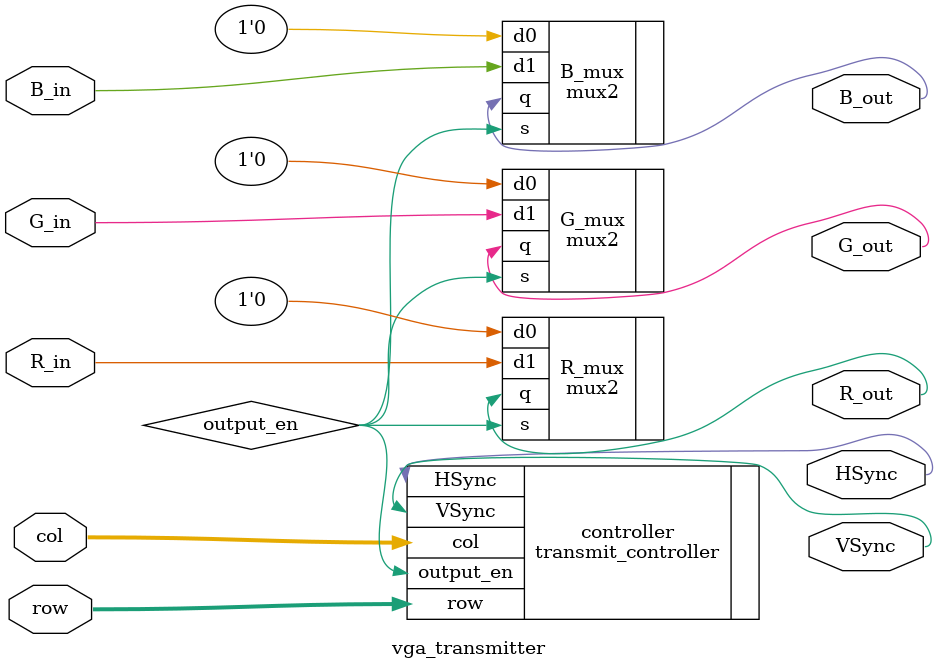
<source format=sv>
/*
Module to send VGA outputs based on row and column

takes in pixel data and row/col value and outputs correct pixel values and VSync/Hsync

*/
module vga_transmitter(
    input logic         R_in, G_in, B_in,
    input logic  [9:0]  row, col,
    output logic        R_out, G_out, B_out, VSync, HSync
);

logic output_en;

transmit_controller controller(.row, .col, .VSync, .HSync, .output_en);

mux2 #(1) R_mux(.s(output_en), .d0(1'b0), .d1(R_in), .q(R_out));
mux2 #(1) G_mux(.s(output_en), .d0(1'b0), .d1(G_in), .q(G_out));
mux2 #(1) B_mux(.s(output_en), .d0(1'b0), .d1(B_in), .q(B_out));

endmodule


</source>
